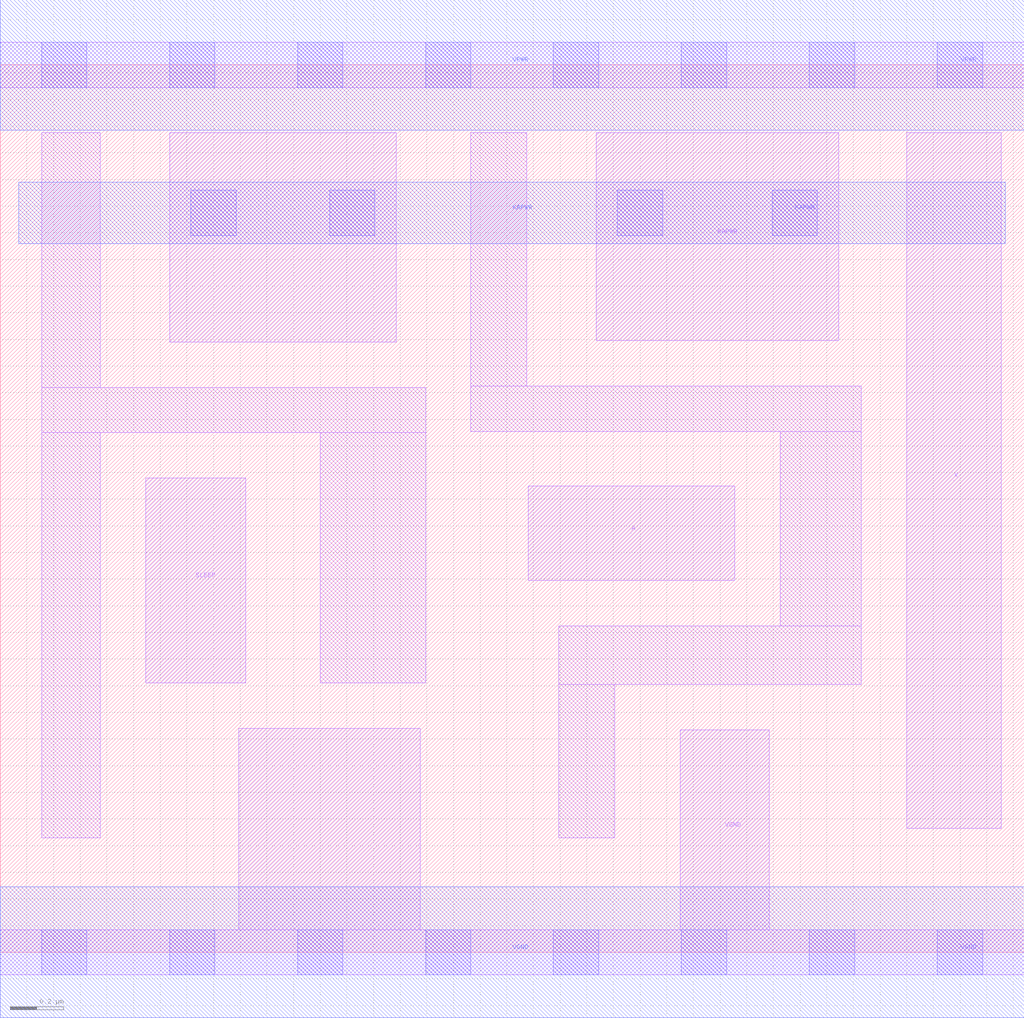
<source format=lef>
# Copyright 2020 The SkyWater PDK Authors
#
# Licensed under the Apache License, Version 2.0 (the "License");
# you may not use this file except in compliance with the License.
# You may obtain a copy of the License at
#
#     https://www.apache.org/licenses/LICENSE-2.0
#
# Unless required by applicable law or agreed to in writing, software
# distributed under the License is distributed on an "AS IS" BASIS,
# WITHOUT WARRANTIES OR CONDITIONS OF ANY KIND, either express or implied.
# See the License for the specific language governing permissions and
# limitations under the License.
#
# SPDX-License-Identifier: Apache-2.0

VERSION 5.7 ;
  NAMESCASESENSITIVE ON ;
  NOWIREEXTENSIONATPIN ON ;
  DIVIDERCHAR "/" ;
  BUSBITCHARS "[]" ;
UNITS
  DATABASE MICRONS 200 ;
END UNITS
MACRO sky130_fd_sc_lp__iso0p_lp2
  CLASS CORE ;
  SOURCE USER ;
  FOREIGN sky130_fd_sc_lp__iso0p_lp2 ;
  ORIGIN  0.000000  0.000000 ;
  SIZE  3.840000 BY  3.330000 ;
  SYMMETRY X Y R90 ;
  SITE unit ;
  PIN A
    ANTENNAGATEAREA  0.313000 ;
    DIRECTION INPUT ;
    USE SIGNAL ;
    PORT
      LAYER li1 ;
        RECT 1.980000 1.395000 2.755000 1.750000 ;
    END
  END A
  PIN SLEEP
    ANTENNAGATEAREA  0.376000 ;
    DIRECTION INPUT ;
    USE SIGNAL ;
    PORT
      LAYER li1 ;
        RECT 0.545000 1.010000 0.920000 1.780000 ;
    END
  END SLEEP
  PIN X
    ANTENNADIFFAREA  0.376300 ;
    DIRECTION OUTPUT ;
    USE SIGNAL ;
    PORT
      LAYER li1 ;
        RECT 3.400000 0.465000 3.755000 3.075000 ;
    END
  END X
  PIN KAPWR
    DIRECTION INOUT ;
    USE POWER ;
    PORT
      LAYER li1 ;
        RECT 0.635000 2.290000 1.485000 3.075000 ;
        RECT 2.235000 2.295000 3.145000 3.075000 ;
      LAYER mcon ;
        RECT 0.715000 2.690000 0.885000 2.860000 ;
        RECT 1.235000 2.690000 1.405000 2.860000 ;
        RECT 2.315000 2.690000 2.485000 2.860000 ;
        RECT 2.895000 2.690000 3.065000 2.860000 ;
      LAYER met1 ;
        RECT 0.070000 2.660000 3.770000 2.890000 ;
    END
  END KAPWR
  PIN VGND
    DIRECTION INOUT ;
    USE GROUND ;
    PORT
      LAYER li1 ;
        RECT 0.000000 -0.085000 3.840000 0.085000 ;
        RECT 0.895000  0.085000 1.575000 0.840000 ;
        RECT 2.550000  0.085000 2.885000 0.835000 ;
      LAYER mcon ;
        RECT 0.155000 -0.085000 0.325000 0.085000 ;
        RECT 0.635000 -0.085000 0.805000 0.085000 ;
        RECT 1.115000 -0.085000 1.285000 0.085000 ;
        RECT 1.595000 -0.085000 1.765000 0.085000 ;
        RECT 2.075000 -0.085000 2.245000 0.085000 ;
        RECT 2.555000 -0.085000 2.725000 0.085000 ;
        RECT 3.035000 -0.085000 3.205000 0.085000 ;
        RECT 3.515000 -0.085000 3.685000 0.085000 ;
      LAYER met1 ;
        RECT 0.000000 -0.245000 3.840000 0.245000 ;
    END
  END VGND
  PIN VPWR
    DIRECTION INOUT ;
    USE POWER ;
    PORT
      LAYER li1 ;
        RECT 0.000000 3.245000 3.840000 3.415000 ;
      LAYER mcon ;
        RECT 0.155000 3.245000 0.325000 3.415000 ;
        RECT 0.635000 3.245000 0.805000 3.415000 ;
        RECT 1.115000 3.245000 1.285000 3.415000 ;
        RECT 1.595000 3.245000 1.765000 3.415000 ;
        RECT 2.075000 3.245000 2.245000 3.415000 ;
        RECT 2.555000 3.245000 2.725000 3.415000 ;
        RECT 3.035000 3.245000 3.205000 3.415000 ;
        RECT 3.515000 3.245000 3.685000 3.415000 ;
      LAYER met1 ;
        RECT 0.000000 3.085000 3.840000 3.575000 ;
    END
  END VPWR
  OBS
    LAYER li1 ;
      RECT 0.155000 0.430000 0.375000 1.950000 ;
      RECT 0.155000 1.950000 1.595000 2.120000 ;
      RECT 0.155000 2.120000 0.375000 3.075000 ;
      RECT 1.200000 1.010000 1.595000 1.950000 ;
      RECT 1.765000 1.955000 3.230000 2.125000 ;
      RECT 1.765000 2.125000 1.975000 3.075000 ;
      RECT 2.095000 0.430000 2.305000 1.005000 ;
      RECT 2.095000 1.005000 3.230000 1.225000 ;
      RECT 2.925000 1.225000 3.230000 1.955000 ;
  END
END sky130_fd_sc_lp__iso0p_lp2

</source>
